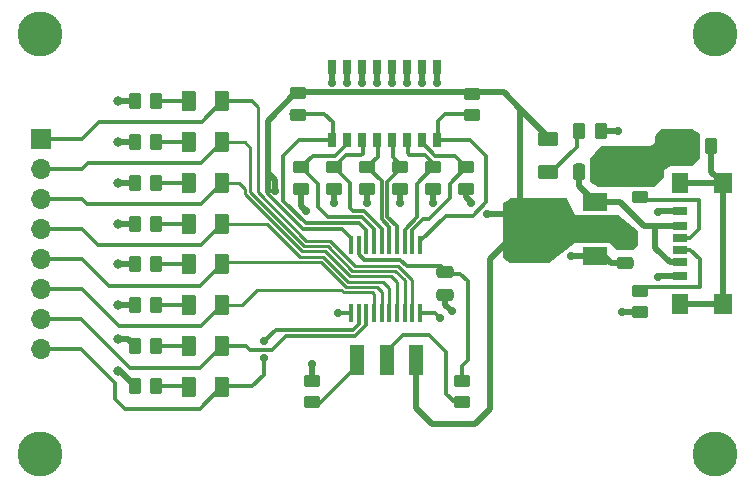
<source format=gbr>
%TF.GenerationSoftware,KiCad,Pcbnew,7.0.6*%
%TF.CreationDate,2024-07-23T19:19:19+03:00*%
%TF.ProjectId,bus_input_card,6275735f-696e-4707-9574-5f636172642e,rev?*%
%TF.SameCoordinates,Original*%
%TF.FileFunction,Copper,L1,Top*%
%TF.FilePolarity,Positive*%
%FSLAX46Y46*%
G04 Gerber Fmt 4.6, Leading zero omitted, Abs format (unit mm)*
G04 Created by KiCad (PCBNEW 7.0.6) date 2024-07-23 19:19:19*
%MOMM*%
%LPD*%
G01*
G04 APERTURE LIST*
G04 Aperture macros list*
%AMRoundRect*
0 Rectangle with rounded corners*
0 $1 Rounding radius*
0 $2 $3 $4 $5 $6 $7 $8 $9 X,Y pos of 4 corners*
0 Add a 4 corners polygon primitive as box body*
4,1,4,$2,$3,$4,$5,$6,$7,$8,$9,$2,$3,0*
0 Add four circle primitives for the rounded corners*
1,1,$1+$1,$2,$3*
1,1,$1+$1,$4,$5*
1,1,$1+$1,$6,$7*
1,1,$1+$1,$8,$9*
0 Add four rect primitives between the rounded corners*
20,1,$1+$1,$2,$3,$4,$5,0*
20,1,$1+$1,$4,$5,$6,$7,0*
20,1,$1+$1,$6,$7,$8,$9,0*
20,1,$1+$1,$8,$9,$2,$3,0*%
G04 Aperture macros list end*
%TA.AperFunction,SMDPad,CuDef*%
%ADD10RoundRect,0.250000X-0.375000X-0.625000X0.375000X-0.625000X0.375000X0.625000X-0.375000X0.625000X0*%
%TD*%
%TA.AperFunction,SMDPad,CuDef*%
%ADD11RoundRect,0.250000X-0.450000X0.262500X-0.450000X-0.262500X0.450000X-0.262500X0.450000X0.262500X0*%
%TD*%
%TA.AperFunction,SMDPad,CuDef*%
%ADD12RoundRect,0.250000X-0.262500X-0.450000X0.262500X-0.450000X0.262500X0.450000X-0.262500X0.450000X0*%
%TD*%
%TA.AperFunction,SMDPad,CuDef*%
%ADD13RoundRect,0.250000X-0.475000X0.250000X-0.475000X-0.250000X0.475000X-0.250000X0.475000X0.250000X0*%
%TD*%
%TA.AperFunction,ComponentPad*%
%ADD14R,1.700000X1.700000*%
%TD*%
%TA.AperFunction,ComponentPad*%
%ADD15O,1.700000X1.700000*%
%TD*%
%TA.AperFunction,SMDPad,CuDef*%
%ADD16RoundRect,0.250000X0.450000X-0.262500X0.450000X0.262500X-0.450000X0.262500X-0.450000X-0.262500X0*%
%TD*%
%TA.AperFunction,SMDPad,CuDef*%
%ADD17RoundRect,0.250000X0.625000X-0.375000X0.625000X0.375000X-0.625000X0.375000X-0.625000X-0.375000X0*%
%TD*%
%TA.AperFunction,SMDPad,CuDef*%
%ADD18RoundRect,0.250000X0.262500X0.450000X-0.262500X0.450000X-0.262500X-0.450000X0.262500X-0.450000X0*%
%TD*%
%TA.AperFunction,SMDPad,CuDef*%
%ADD19R,1.250000X2.500000*%
%TD*%
%TA.AperFunction,SMDPad,CuDef*%
%ADD20R,1.200000X0.700000*%
%TD*%
%TA.AperFunction,SMDPad,CuDef*%
%ADD21R,1.200000X0.760000*%
%TD*%
%TA.AperFunction,SMDPad,CuDef*%
%ADD22R,1.200000X0.800000*%
%TD*%
%TA.AperFunction,SMDPad,CuDef*%
%ADD23R,1.350000X1.800000*%
%TD*%
%TA.AperFunction,SMDPad,CuDef*%
%ADD24R,1.500000X1.800000*%
%TD*%
%TA.AperFunction,SMDPad,CuDef*%
%ADD25RoundRect,0.051250X0.153750X-0.733750X0.153750X0.733750X-0.153750X0.733750X-0.153750X-0.733750X0*%
%TD*%
%TA.AperFunction,SMDPad,CuDef*%
%ADD26R,2.000000X1.500000*%
%TD*%
%TA.AperFunction,SMDPad,CuDef*%
%ADD27R,2.000000X3.800000*%
%TD*%
%TA.AperFunction,ComponentPad*%
%ADD28C,3.800000*%
%TD*%
%TA.AperFunction,SMDPad,CuDef*%
%ADD29R,0.760000X1.250000*%
%TD*%
%TA.AperFunction,SMDPad,CuDef*%
%ADD30RoundRect,0.250000X-0.250000X-0.475000X0.250000X-0.475000X0.250000X0.475000X-0.250000X0.475000X0*%
%TD*%
%TA.AperFunction,ViaPad*%
%ADD31C,0.800000*%
%TD*%
%TA.AperFunction,ViaPad*%
%ADD32C,0.700000*%
%TD*%
%TA.AperFunction,Conductor*%
%ADD33C,0.500000*%
%TD*%
%TA.AperFunction,Conductor*%
%ADD34C,0.300000*%
%TD*%
%TA.AperFunction,Conductor*%
%ADD35C,0.250000*%
%TD*%
G04 APERTURE END LIST*
D10*
%TO.P,D7,1,K*%
%TO.N,Net-(D7-K)*%
X132944451Y-90291017D03*
%TO.P,D7,2,A*%
%TO.N,Net-(D7-A)*%
X135744451Y-90291017D03*
%TD*%
D11*
%TO.P,R21,1*%
%TO.N,Net-(U2-B6)*%
X156438600Y-88980000D03*
%TO.P,R21,2*%
%TO.N,VCC*%
X156438600Y-90805000D03*
%TD*%
D12*
%TO.P,R8,1*%
%TO.N,GND*%
X128351951Y-93739588D03*
%TO.P,R8,2*%
%TO.N,Net-(D6-K)*%
X130176951Y-93739588D03*
%TD*%
D10*
%TO.P,D2,1,K*%
%TO.N,Net-(D2-K)*%
X132944451Y-107543600D03*
%TO.P,D2,2,A*%
%TO.N,Net-(D2-A)*%
X135744451Y-107543600D03*
%TD*%
D13*
%TO.P,C3,1*%
%TO.N,Net-(U2-CE)*%
X154664451Y-97882367D03*
%TO.P,C3,2*%
%TO.N,GND*%
X154664451Y-99782367D03*
%TD*%
D12*
%TO.P,R5,1*%
%TO.N,GND*%
X128351951Y-83393875D03*
%TO.P,R5,2*%
%TO.N,Net-(D9-K)*%
X130176951Y-83393875D03*
%TD*%
%TO.P,R9,1*%
%TO.N,GND*%
X128351951Y-97188159D03*
%TO.P,R9,2*%
%TO.N,Net-(D5-K)*%
X130176951Y-97188159D03*
%TD*%
D14*
%TO.P,J2,1,Pin_1*%
%TO.N,Net-(D9-A)*%
X120387374Y-86588875D03*
D15*
%TO.P,J2,2,Pin_2*%
%TO.N,Net-(D8-A)*%
X120387374Y-89128875D03*
%TO.P,J2,3,Pin_3*%
%TO.N,Net-(D7-A)*%
X120387374Y-91668875D03*
%TO.P,J2,4,Pin_4*%
%TO.N,Net-(D6-A)*%
X120387374Y-94208875D03*
%TO.P,J2,5,Pin_5*%
%TO.N,Net-(D5-A)*%
X120387374Y-96748875D03*
%TO.P,J2,6,Pin_6*%
%TO.N,Net-(D4-A)*%
X120387374Y-99288875D03*
%TO.P,J2,7,Pin_7*%
%TO.N,Net-(D3-A)*%
X120387374Y-101828875D03*
%TO.P,J2,8,Pin_8*%
%TO.N,Net-(D2-A)*%
X120387374Y-104368875D03*
%TD*%
D11*
%TO.P,R4,1*%
%TO.N,Net-(J1-CC1)*%
X171174451Y-99412938D03*
%TO.P,R4,2*%
%TO.N,GND*%
X171174451Y-101237938D03*
%TD*%
D12*
%TO.P,R12,1*%
%TO.N,GND*%
X128351951Y-107533875D03*
%TO.P,R12,2*%
%TO.N,Net-(D2-K)*%
X130176951Y-107533875D03*
%TD*%
D16*
%TO.P,R15,1*%
%TO.N,Net-(U2-B0)*%
X142218451Y-84514575D03*
%TO.P,R15,2*%
%TO.N,VCC*%
X142218451Y-82689575D03*
%TD*%
D17*
%TO.P,D1,1,K*%
%TO.N,Net-(D1-K)*%
X163367305Y-89409608D03*
%TO.P,D1,2,A*%
%TO.N,VCC*%
X163367305Y-86609608D03*
%TD*%
D18*
%TO.P,R2,1*%
%TO.N,Net-(J1-SHIELD)*%
X177166951Y-87208875D03*
%TO.P,R2,2*%
%TO.N,GND*%
X175341951Y-87208875D03*
%TD*%
D19*
%TO.P,SW1,1,A*%
%TO.N,Net-(SW1-A)*%
X147189244Y-105259210D03*
%TO.P,SW1,2,B*%
%TO.N,Net-(SW1-B)*%
X149689244Y-105259210D03*
%TO.P,SW1,3,C*%
%TO.N,VCC*%
X152189244Y-105259210D03*
%TD*%
D20*
%TO.P,J1,A5,CC1*%
%TO.N,Net-(J1-CC1)*%
X174491951Y-95963875D03*
D21*
%TO.P,J1,A9,VBUS*%
%TO.N,VBUS*%
X174491951Y-93943875D03*
D22*
%TO.P,J1,A12,GND*%
%TO.N,GND*%
X174491951Y-92713875D03*
D20*
%TO.P,J1,B5,CC2*%
%TO.N,Net-(J1-CC2)*%
X174491951Y-94963875D03*
D21*
%TO.P,J1,B9,VBUS*%
%TO.N,VBUS*%
X174491951Y-96983875D03*
D22*
%TO.P,J1,B12,GND*%
%TO.N,GND*%
X174491951Y-98213875D03*
D23*
%TO.P,J1,S1,SHIELD*%
%TO.N,Net-(J1-SHIELD)*%
X174546951Y-100588875D03*
D24*
X178126951Y-100588875D03*
D23*
X174546951Y-90338875D03*
D24*
X178126951Y-90338875D03*
%TD*%
D10*
%TO.P,D4,1,K*%
%TO.N,Net-(D4-K)*%
X132944451Y-100634800D03*
%TO.P,D4,2,A*%
%TO.N,Net-(D4-A)*%
X135744451Y-100634800D03*
%TD*%
D25*
%TO.P,U2,1,A->B*%
%TO.N,GND*%
X146655600Y-101269600D03*
%TO.P,U2,2,A0*%
%TO.N,Net-(D2-A)*%
X147305600Y-101269600D03*
%TO.P,U2,3,A1*%
%TO.N,Net-(D3-A)*%
X147955600Y-101269600D03*
%TO.P,U2,4,A2*%
%TO.N,Net-(D4-A)*%
X148605600Y-101269600D03*
%TO.P,U2,5,A3*%
%TO.N,Net-(D5-A)*%
X149255600Y-101269600D03*
%TO.P,U2,6,A4*%
%TO.N,Net-(D6-A)*%
X149905600Y-101269600D03*
%TO.P,U2,7,A5*%
%TO.N,Net-(D7-A)*%
X150555600Y-101269600D03*
%TO.P,U2,8,A6*%
%TO.N,Net-(D8-A)*%
X151205600Y-101269600D03*
%TO.P,U2,9,A7*%
%TO.N,Net-(D9-A)*%
X151855600Y-101269600D03*
%TO.P,U2,10,GND*%
%TO.N,GND*%
X152505600Y-101269600D03*
%TO.P,U2,11,B7*%
%TO.N,Net-(U2-B7)*%
X152505600Y-95529600D03*
%TO.P,U2,12,B6*%
%TO.N,Net-(U2-B6)*%
X151855600Y-95529600D03*
%TO.P,U2,13,B5*%
%TO.N,Net-(U2-B5)*%
X151205600Y-95529600D03*
%TO.P,U2,14,B4*%
%TO.N,Net-(U2-B4)*%
X150555600Y-95529600D03*
%TO.P,U2,15,B3*%
%TO.N,Net-(U2-B3)*%
X149905600Y-95529600D03*
%TO.P,U2,16,B2*%
%TO.N,Net-(U2-B2)*%
X149255600Y-95529600D03*
%TO.P,U2,17,B1*%
%TO.N,Net-(U2-B1)*%
X148605600Y-95529600D03*
%TO.P,U2,18,B0*%
%TO.N,Net-(U2-B0)*%
X147955600Y-95529600D03*
%TO.P,U2,19,CE*%
%TO.N,Net-(U2-CE)*%
X147305600Y-95529600D03*
%TO.P,U2,20,VCC*%
%TO.N,VCC*%
X146655600Y-95529600D03*
%TD*%
D26*
%TO.P,U1,1,GND*%
%TO.N,GND*%
X167314451Y-96493875D03*
%TO.P,U1,2,VO*%
%TO.N,VCC*%
X167314451Y-94193875D03*
D27*
X161014451Y-94193875D03*
D26*
%TO.P,U1,3,VI*%
%TO.N,VBUS*%
X167314451Y-91893875D03*
%TD*%
D28*
%TO.P,H2,1,1*%
%TO.N,GND*%
X120374451Y-113243875D03*
%TD*%
D10*
%TO.P,D9,1,K*%
%TO.N,Net-(D9-K)*%
X132944451Y-83393875D03*
%TO.P,D9,2,A*%
%TO.N,Net-(D9-A)*%
X135744451Y-83393875D03*
%TD*%
D11*
%TO.P,R16,1*%
%TO.N,Net-(U2-B1)*%
X142468600Y-88980000D03*
%TO.P,R16,2*%
%TO.N,VCC*%
X142468600Y-90805000D03*
%TD*%
%TO.P,R20,1*%
%TO.N,Net-(U2-B5)*%
X153644600Y-88980000D03*
%TO.P,R20,2*%
%TO.N,VCC*%
X153644600Y-90805000D03*
%TD*%
%TO.P,R19,1*%
%TO.N,Net-(U2-B4)*%
X150850600Y-88980000D03*
%TO.P,R19,2*%
%TO.N,VCC*%
X150850600Y-90805000D03*
%TD*%
D28*
%TO.P,H1,1,1*%
%TO.N,GND*%
X120374451Y-77683875D03*
%TD*%
D10*
%TO.P,D8,1,K*%
%TO.N,Net-(D8-K)*%
X132944451Y-86842446D03*
%TO.P,D8,2,A*%
%TO.N,Net-(D8-A)*%
X135744451Y-86842446D03*
%TD*%
D11*
%TO.P,R17,1*%
%TO.N,Net-(U2-B2)*%
X145262600Y-88980000D03*
%TO.P,R17,2*%
%TO.N,VCC*%
X145262600Y-90805000D03*
%TD*%
D12*
%TO.P,R6,1*%
%TO.N,GND*%
X128351951Y-86842446D03*
%TO.P,R6,2*%
%TO.N,Net-(D8-K)*%
X130176951Y-86842446D03*
%TD*%
D29*
%TO.P,SW2,1*%
%TO.N,Net-(U2-B0)*%
X145101351Y-86652650D03*
%TO.P,SW2,2*%
%TO.N,Net-(U2-B1)*%
X146371351Y-86652650D03*
%TO.P,SW2,3*%
%TO.N,Net-(U2-B2)*%
X147641351Y-86652650D03*
%TO.P,SW2,4*%
%TO.N,Net-(U2-B3)*%
X148911351Y-86652650D03*
%TO.P,SW2,5*%
%TO.N,Net-(U2-B4)*%
X150181351Y-86652650D03*
%TO.P,SW2,6*%
%TO.N,Net-(U2-B5)*%
X151451351Y-86652650D03*
%TO.P,SW2,7*%
%TO.N,Net-(U2-B6)*%
X152721351Y-86652650D03*
%TO.P,SW2,8*%
%TO.N,Net-(U2-B7)*%
X153991351Y-86652650D03*
%TO.P,SW2,9*%
%TO.N,GND*%
X153991351Y-80502650D03*
%TO.P,SW2,10*%
X152721351Y-80502650D03*
%TO.P,SW2,11*%
X151451351Y-80502650D03*
%TO.P,SW2,12*%
X150181351Y-80502650D03*
%TO.P,SW2,13*%
X148911351Y-80502650D03*
%TO.P,SW2,14*%
X147641351Y-80502650D03*
%TO.P,SW2,15*%
X146371351Y-80502650D03*
%TO.P,SW2,16*%
X145101351Y-80502650D03*
%TD*%
D11*
%TO.P,R13,1*%
%TO.N,GND*%
X143339244Y-107053157D03*
%TO.P,R13,2*%
%TO.N,Net-(SW1-A)*%
X143339244Y-108878157D03*
%TD*%
D10*
%TO.P,D3,1,K*%
%TO.N,Net-(D3-K)*%
X132944451Y-104089200D03*
%TO.P,D3,2,A*%
%TO.N,Net-(D3-A)*%
X135744451Y-104089200D03*
%TD*%
%TO.P,D5,1,K*%
%TO.N,Net-(D5-K)*%
X132944451Y-97188159D03*
%TO.P,D5,2,A*%
%TO.N,Net-(D5-A)*%
X135744451Y-97188159D03*
%TD*%
D12*
%TO.P,R10,1*%
%TO.N,GND*%
X128351951Y-100636730D03*
%TO.P,R10,2*%
%TO.N,Net-(D4-K)*%
X130176951Y-100636730D03*
%TD*%
D11*
%TO.P,R18,1*%
%TO.N,Net-(U2-B3)*%
X148056600Y-88980000D03*
%TO.P,R18,2*%
%TO.N,VCC*%
X148056600Y-90805000D03*
%TD*%
D16*
%TO.P,R22,1*%
%TO.N,Net-(U2-B7)*%
X156874251Y-84565375D03*
%TO.P,R22,2*%
%TO.N,VCC*%
X156874251Y-82740375D03*
%TD*%
D10*
%TO.P,D6,1,K*%
%TO.N,Net-(D6-K)*%
X132944451Y-93739588D03*
%TO.P,D6,2,A*%
%TO.N,Net-(D6-A)*%
X135744451Y-93739588D03*
%TD*%
D16*
%TO.P,R3,1*%
%TO.N,Net-(J1-CC2)*%
X171174451Y-91524480D03*
%TO.P,R3,2*%
%TO.N,GND*%
X171174451Y-89699480D03*
%TD*%
D28*
%TO.P,H4,1,1*%
%TO.N,GND*%
X177524451Y-113243875D03*
%TD*%
D16*
%TO.P,R14,1*%
%TO.N,Net-(SW1-B)*%
X156039244Y-108878157D03*
%TO.P,R14,2*%
%TO.N,Net-(U2-CE)*%
X156039244Y-107053157D03*
%TD*%
D12*
%TO.P,R7,1*%
%TO.N,GND*%
X128351951Y-90291017D03*
%TO.P,R7,2*%
%TO.N,Net-(D7-K)*%
X130176951Y-90291017D03*
%TD*%
D28*
%TO.P,H3,1,1*%
%TO.N,GND*%
X177524451Y-77683875D03*
%TD*%
D18*
%TO.P,R1,1*%
%TO.N,GND*%
X167804951Y-85938875D03*
%TO.P,R1,2*%
%TO.N,Net-(D1-K)*%
X165979951Y-85938875D03*
%TD*%
D13*
%TO.P,C2,1*%
%TO.N,VCC*%
X169854451Y-95148875D03*
%TO.P,C2,2*%
%TO.N,GND*%
X169854451Y-97048875D03*
%TD*%
D30*
%TO.P,C1,1*%
%TO.N,VBUS*%
X165942451Y-89392474D03*
%TO.P,C1,2*%
%TO.N,GND*%
X167842451Y-89392474D03*
%TD*%
D12*
%TO.P,R11,1*%
%TO.N,GND*%
X128351951Y-104085301D03*
%TO.P,R11,2*%
%TO.N,Net-(D3-K)*%
X130176951Y-104085301D03*
%TD*%
D31*
%TO.N,GND*%
X126927651Y-83393875D03*
D32*
X143340802Y-105670870D03*
D31*
X126927651Y-97191075D03*
D32*
X165332451Y-96479875D03*
X146371351Y-81830500D03*
X172698451Y-92720675D03*
D31*
X126927651Y-86842446D03*
X126927651Y-93739588D03*
X126927651Y-100594675D03*
X126927651Y-90291017D03*
D32*
X173714451Y-87183475D03*
X148894800Y-81830500D03*
X155194000Y-101142800D03*
X169574251Y-101229675D03*
X152704800Y-81830500D03*
D31*
X126927651Y-103541075D03*
X126927651Y-106258875D03*
D32*
X151434800Y-81830500D03*
X168634451Y-87894675D03*
X145561963Y-101315163D03*
X169244051Y-85938875D03*
X147624800Y-81830500D03*
X169629900Y-89699480D03*
X172647651Y-98232475D03*
X150164800Y-81830500D03*
X153974800Y-81830500D03*
X154228800Y-101752400D03*
X145101351Y-81830500D03*
%TO.N,VCC*%
X148056600Y-92009475D03*
X158220451Y-92949275D03*
X142872761Y-92665707D03*
X140245100Y-90942675D03*
X145266451Y-92009475D03*
X156870400Y-92009475D03*
X150850600Y-92005624D03*
X153644600Y-92005624D03*
%TO.N,Net-(D2-A)*%
X139328419Y-105148113D03*
X139328419Y-103712037D03*
%TD*%
D33*
%TO.N,VBUS*%
X171457851Y-93943875D02*
X169407851Y-91893875D01*
X165942451Y-90521875D02*
X167314451Y-91893875D01*
X174491951Y-96983875D02*
X173661951Y-96983875D01*
X172444451Y-95766375D02*
X172444451Y-93943875D01*
X173661951Y-96983875D02*
X172444451Y-95766375D01*
X165942451Y-89392474D02*
X165942451Y-90521875D01*
X169407851Y-91893875D02*
X167314451Y-91893875D01*
X174491951Y-93943875D02*
X171457851Y-93943875D01*
%TO.N,GND*%
X174491951Y-98213875D02*
X172666251Y-98213875D01*
X126927651Y-97191075D02*
X128349035Y-97191075D01*
X169244451Y-85938875D02*
X169244051Y-85938875D01*
X155194000Y-101142800D02*
X154664451Y-100613251D01*
X150181351Y-81813949D02*
X150164800Y-81830500D01*
X148911351Y-81813949D02*
X148894800Y-81830500D01*
X148911351Y-80502650D02*
X148911351Y-81813949D01*
X169575700Y-101231124D02*
X169574251Y-101229675D01*
X167314451Y-96493875D02*
X168089651Y-96493875D01*
X167641951Y-85938875D02*
X169244451Y-85938875D01*
X145101351Y-80502650D02*
X145101351Y-81830500D01*
X126927651Y-106258875D02*
X127076951Y-106258875D01*
X169575700Y-101237938D02*
X169575700Y-101231124D01*
X147641351Y-80502650D02*
X147641351Y-81813949D01*
D34*
X146655600Y-101269600D02*
X145607526Y-101269600D01*
D33*
X143339244Y-107096710D02*
X143339244Y-105672428D01*
X152721351Y-81813949D02*
X152704800Y-81830500D01*
X128349035Y-97191075D02*
X128351951Y-97188159D01*
X165344640Y-96492064D02*
X165332451Y-96479875D01*
X128309896Y-100594675D02*
X128351951Y-100636730D01*
X154664451Y-100613251D02*
X154664451Y-99782367D01*
X168089651Y-96493875D02*
X168644651Y-97048875D01*
X168644651Y-97048875D02*
X169854451Y-97048875D01*
X153991351Y-80502650D02*
X153991351Y-81813949D01*
X127076951Y-106258875D02*
X128351951Y-107533875D01*
X165344640Y-96493875D02*
X165344640Y-96492064D01*
X147641351Y-81813949D02*
X147624800Y-81830500D01*
D34*
X153746000Y-101269600D02*
X154228800Y-101752400D01*
D33*
X126927651Y-83393875D02*
X128351951Y-83393875D01*
X171174451Y-89699480D02*
X169629900Y-89699480D01*
X151451351Y-81813949D02*
X151434800Y-81830500D01*
X153991351Y-81813949D02*
X153974800Y-81830500D01*
X172666251Y-98213875D02*
X172647651Y-98232475D01*
X167314451Y-96493875D02*
X165344640Y-96493875D01*
X150181351Y-80502650D02*
X150181351Y-81813949D01*
X126927651Y-86842446D02*
X128351951Y-86842446D01*
X126927651Y-100594675D02*
X128309896Y-100594675D01*
X168634451Y-87843875D02*
X168634451Y-87894675D01*
X168634451Y-87843875D02*
X168634451Y-88600474D01*
X172705251Y-92713875D02*
X172698451Y-92720675D01*
X127807725Y-103541075D02*
X128351951Y-104085301D01*
X146371351Y-80502650D02*
X146371351Y-81830500D01*
X175341951Y-87208875D02*
X173714451Y-87208875D01*
D34*
X152505600Y-101269600D02*
X153746000Y-101269600D01*
D33*
X171174451Y-101237938D02*
X169575700Y-101237938D01*
X169622931Y-89692511D02*
X169629900Y-89699480D01*
X126927651Y-90291017D02*
X128351951Y-90291017D01*
X152721351Y-80502650D02*
X152721351Y-81813949D01*
D34*
X145607526Y-101269600D02*
X145561963Y-101315163D01*
D33*
X174491951Y-92713875D02*
X172705251Y-92713875D01*
X173714451Y-87208875D02*
X173714451Y-87183475D01*
X126927651Y-93739588D02*
X128351951Y-93739588D01*
X143339244Y-105672428D02*
X143340802Y-105670870D01*
X151451351Y-80502650D02*
X151451351Y-81813949D01*
X126927651Y-103541075D02*
X127807725Y-103541075D01*
X168634451Y-88600474D02*
X167842451Y-89392474D01*
D34*
%TO.N,VCC*%
X142633869Y-94193875D02*
X139674600Y-91234606D01*
D33*
X161014451Y-94193875D02*
X161014451Y-84033875D01*
X158220451Y-92949275D02*
X159769851Y-92949275D01*
X159610576Y-82630000D02*
X142007600Y-82630000D01*
X159769851Y-92949275D02*
X161014451Y-94193875D01*
X158474451Y-109433875D02*
X158474451Y-96733875D01*
X156438600Y-91523024D02*
X156906716Y-91991140D01*
X142007600Y-82630000D02*
X139602251Y-85035349D01*
X140245100Y-90086924D02*
X139602251Y-89444075D01*
X156906716Y-91991140D02*
X156888735Y-91991140D01*
D34*
X145879244Y-94193875D02*
X142633869Y-94193875D01*
D33*
X161014451Y-84033875D02*
X159610576Y-82630000D01*
X152142301Y-107598508D02*
X152129244Y-107611565D01*
X152129244Y-107611565D02*
X152129244Y-109337068D01*
X153496051Y-110703875D02*
X157204451Y-110703875D01*
X145262600Y-90805000D02*
X145262600Y-92005624D01*
X157204451Y-110703875D02*
X158474451Y-109433875D01*
X153644600Y-90805000D02*
X153644600Y-92005624D01*
X152142301Y-105259210D02*
X152142301Y-107598508D01*
D34*
X146655600Y-95529600D02*
X146655600Y-94970231D01*
D33*
X167314451Y-94193875D02*
X169376951Y-94193875D01*
X163367305Y-86386729D02*
X161014451Y-84033875D01*
X145262600Y-92005624D02*
X145266451Y-92009475D01*
X142468600Y-92261546D02*
X142872761Y-92665707D01*
X148056600Y-91987926D02*
X148035051Y-92009475D01*
D34*
X146655600Y-94970231D02*
X145879244Y-94193875D01*
D33*
X139602251Y-85035349D02*
X139602251Y-89444075D01*
X142468600Y-90805000D02*
X142468600Y-92261546D01*
X158474451Y-96733875D02*
X161014451Y-94193875D01*
X148056600Y-90805000D02*
X148056600Y-91987926D01*
X169376951Y-94193875D02*
X169854451Y-94671375D01*
X140245100Y-90942675D02*
X140245100Y-90086924D01*
X152129244Y-109337068D02*
X153496051Y-110703875D01*
X169854451Y-94671375D02*
X169854451Y-95148875D01*
X139602251Y-89444075D02*
X139602251Y-91090151D01*
X163367305Y-86609608D02*
X163367305Y-86386729D01*
X156888735Y-91991140D02*
X156870400Y-92009475D01*
X156438600Y-90805000D02*
X156438600Y-91523024D01*
X150850600Y-90805000D02*
X150850600Y-92005624D01*
D34*
%TO.N,Net-(U2-CE)*%
X150825200Y-96824800D02*
X151369275Y-97368875D01*
X147305600Y-95529600D02*
X147305600Y-96350752D01*
X155934451Y-98003875D02*
X156569451Y-98638875D01*
X156569451Y-98638875D02*
X156569451Y-105253749D01*
X154258032Y-97368875D02*
X154893032Y-98003875D01*
X154893032Y-98003875D02*
X155934451Y-98003875D01*
X147779648Y-96824800D02*
X150825200Y-96824800D01*
X156569451Y-105253749D02*
X156039244Y-105783956D01*
X156039244Y-105783956D02*
X156039244Y-107096710D01*
X151369275Y-97368875D02*
X154258032Y-97368875D01*
X147305600Y-96350752D02*
X147779648Y-96824800D01*
%TO.N,Net-(D1-K)*%
X165816951Y-87216054D02*
X163367305Y-89665700D01*
X165816951Y-85938875D02*
X165816951Y-87216054D01*
%TO.N,Net-(D2-K)*%
X130176951Y-107533875D02*
X132944451Y-107533875D01*
%TO.N,Net-(D2-A)*%
X146833251Y-102736275D02*
X140303734Y-102736275D01*
X133844451Y-109433875D02*
X135744451Y-107533875D01*
X147305600Y-102263926D02*
X146833251Y-102736275D01*
X147305600Y-101269600D02*
X147305600Y-102263926D01*
X127511851Y-109433875D02*
X133844451Y-109433875D01*
X135744451Y-107533875D02*
X138327251Y-107533875D01*
X120374451Y-104368875D02*
X123843851Y-104368875D01*
X139328419Y-106532707D02*
X139328419Y-105148113D01*
X126673651Y-107198675D02*
X126673651Y-108595675D01*
X123843851Y-104368875D02*
X126673651Y-107198675D01*
X140303734Y-102736275D02*
X139327972Y-103712037D01*
X126673651Y-108595675D02*
X127511851Y-109433875D01*
X138327251Y-107533875D02*
X139328419Y-106532707D01*
%TO.N,Net-(D3-K)*%
X130176951Y-104085301D02*
X132944451Y-104085301D01*
%TO.N,Net-(D3-A)*%
X147955600Y-102325126D02*
X147044451Y-103236275D01*
X137758877Y-104085301D02*
X135744451Y-104085301D01*
X135744451Y-104085301D02*
X133850277Y-105979475D01*
X123843851Y-101828875D02*
X120374451Y-101828875D01*
X127994451Y-105979475D02*
X123843851Y-101828875D01*
X138085613Y-104412037D02*
X137758877Y-104085301D01*
X147955600Y-101269600D02*
X147955600Y-102325126D01*
X133850277Y-105979475D02*
X127994451Y-105979475D01*
X141177051Y-103236275D02*
X140001289Y-104412037D01*
X147044451Y-103236275D02*
X141177051Y-103236275D01*
X140001289Y-104412037D02*
X138085613Y-104412037D01*
%TO.N,Net-(D4-K)*%
X130176951Y-100636730D02*
X132944451Y-100636730D01*
D35*
%TO.N,Net-(D4-A)*%
X137426596Y-100636730D02*
X138698526Y-99364800D01*
D34*
X120374451Y-99288875D02*
X123894651Y-99288875D01*
X127029251Y-102423475D02*
X133957706Y-102423475D01*
D35*
X145858396Y-99364800D02*
X146043396Y-99549800D01*
X148605600Y-99736000D02*
X148605600Y-101269600D01*
D34*
X133957706Y-102423475D02*
X135744451Y-100636730D01*
D35*
X148419400Y-99549800D02*
X148605600Y-99736000D01*
X138698526Y-99364800D02*
X145858396Y-99364800D01*
X146043396Y-99549800D02*
X148419400Y-99549800D01*
X135744451Y-100636730D02*
X137426596Y-100636730D01*
D34*
X123894651Y-99288875D02*
X127029251Y-102423475D01*
%TO.N,Net-(D5-K)*%
X130176951Y-97188159D02*
X132944451Y-97188159D01*
%TO.N,Net-(D5-A)*%
X133912735Y-99019875D02*
X135744451Y-97188159D01*
X123894651Y-96748875D02*
X126165651Y-99019875D01*
X126165651Y-99019875D02*
X133912735Y-99019875D01*
X120374451Y-96748875D02*
X123894651Y-96748875D01*
D35*
X135744451Y-97188159D02*
X135933735Y-96998875D01*
X148833000Y-99099800D02*
X149255600Y-99522400D01*
X144128867Y-96998875D02*
X146229792Y-99099800D01*
X149255600Y-99522400D02*
X149255600Y-101269600D01*
X146229792Y-99099800D02*
X148833000Y-99099800D01*
X135933735Y-96998875D02*
X144128867Y-96998875D01*
D34*
%TO.N,Net-(D6-K)*%
X130176951Y-93739588D02*
X132944451Y-93739588D01*
%TO.N,Net-(D6-A)*%
X133943964Y-95540075D02*
X135744451Y-93739588D01*
X120374451Y-94208875D02*
X123894651Y-94208875D01*
D35*
X142338613Y-96548875D02*
X144315263Y-96548875D01*
X146416188Y-98649800D02*
X149348200Y-98649800D01*
X149348200Y-98649800D02*
X149905600Y-99207200D01*
D34*
X125225851Y-95540075D02*
X133943964Y-95540075D01*
D35*
X149905600Y-99207200D02*
X149905600Y-101269600D01*
D34*
X123894651Y-94208875D02*
X125225851Y-95540075D01*
D35*
X139529326Y-93739588D02*
X142338613Y-96548875D01*
X144315263Y-96548875D02*
X146416188Y-98649800D01*
X135744451Y-93739588D02*
X139529326Y-93739588D01*
D34*
%TO.N,Net-(D7-K)*%
X130176951Y-90291017D02*
X132944451Y-90291017D01*
D35*
%TO.N,Net-(D7-A)*%
X137704451Y-91278316D02*
X142525010Y-96098875D01*
D34*
X124311451Y-92085675D02*
X133949793Y-92085675D01*
D35*
X150066600Y-98199800D02*
X150555600Y-98688800D01*
D34*
X120374451Y-91668875D02*
X123894651Y-91668875D01*
D35*
X150555600Y-98688800D02*
X150555600Y-101269600D01*
X146602584Y-98199800D02*
X150066600Y-98199800D01*
X135744451Y-90291017D02*
X137223393Y-90291017D01*
X137223393Y-90291017D02*
X137704451Y-90772075D01*
D34*
X123894651Y-91668875D02*
X124311451Y-92085675D01*
D35*
X137704451Y-90772075D02*
X137704451Y-91278316D01*
D34*
X133949793Y-92085675D02*
X135744451Y-90291017D01*
D35*
X142525010Y-96098875D02*
X144501659Y-96098875D01*
X144501659Y-96098875D02*
X146602584Y-98199800D01*
D34*
%TO.N,Net-(D8-K)*%
X130176951Y-86842446D02*
X132944451Y-86842446D01*
%TO.N,Net-(D8-A)*%
X134006422Y-88580475D02*
X135744451Y-86842446D01*
X120374451Y-89128875D02*
X123890051Y-89128875D01*
D35*
X138154451Y-91091920D02*
X142711406Y-95648875D01*
X142711406Y-95648875D02*
X144688055Y-95648875D01*
X144688055Y-95648875D02*
X146788980Y-97749800D01*
X137671851Y-86853275D02*
X138154451Y-87335875D01*
X150429400Y-97749800D02*
X151205600Y-98526000D01*
X146788980Y-97749800D02*
X150429400Y-97749800D01*
X138154451Y-87335875D02*
X138154451Y-91091920D01*
X151205600Y-98526000D02*
X151205600Y-101269600D01*
D34*
X123890051Y-89128875D02*
X124438451Y-88580475D01*
X124438451Y-88580475D02*
X134006422Y-88580475D01*
D35*
X136038422Y-86853275D02*
X137671851Y-86853275D01*
D34*
%TO.N,Net-(D9-K)*%
X130176951Y-83393875D02*
X132944451Y-83393875D01*
D35*
%TO.N,Net-(D9-A)*%
X151855600Y-98526952D02*
X151855600Y-101269600D01*
X146975376Y-97299800D02*
X150628448Y-97299800D01*
D34*
X134037651Y-85100675D02*
X135744451Y-83393875D01*
X123864651Y-86588875D02*
X125352851Y-85100675D01*
X125352851Y-85100675D02*
X134037651Y-85100675D01*
D35*
X144874451Y-95198875D02*
X146975376Y-97299800D01*
X138789451Y-91090524D02*
X142897802Y-95198875D01*
D34*
X138261051Y-83393875D02*
X135744451Y-83393875D01*
D35*
X138789451Y-83881475D02*
X138789451Y-91090524D01*
X150628448Y-97299800D02*
X151855600Y-98526952D01*
X138281451Y-83373475D02*
X138789451Y-83881475D01*
X142897802Y-95198875D02*
X144874451Y-95198875D01*
D34*
X120374451Y-86588875D02*
X123864651Y-86588875D01*
%TO.N,Net-(J1-CC1)*%
X171174451Y-99631375D02*
X171682472Y-99123354D01*
X171682472Y-99123354D02*
X176200518Y-99123354D01*
X176200518Y-99123354D02*
X176200518Y-96772442D01*
X176200518Y-96772442D02*
X175391951Y-95963875D01*
X175391951Y-95963875D02*
X174491951Y-95963875D01*
%TO.N,Net-(J1-CC2)*%
X176115346Y-94240480D02*
X175391951Y-94963875D01*
X175391951Y-94963875D02*
X174491951Y-94963875D01*
X176115346Y-91757928D02*
X176115346Y-94240480D01*
X171379793Y-91757928D02*
X176115346Y-91757928D01*
X171146345Y-91524480D02*
X171379793Y-91757928D01*
D33*
%TO.N,Net-(J1-SHIELD)*%
X174546951Y-100588875D02*
X178126951Y-100588875D01*
X177166951Y-89378875D02*
X178126951Y-90338875D01*
X177166951Y-87208875D02*
X177166951Y-89378875D01*
X178126951Y-100588875D02*
X178126951Y-90338875D01*
X174546951Y-90338875D02*
X178126951Y-90338875D01*
D34*
%TO.N,Net-(SW1-A)*%
X144076816Y-108921710D02*
X147001744Y-105996782D01*
X147001744Y-105996782D02*
X147001744Y-105259210D01*
X143339244Y-108921710D02*
X144076816Y-108921710D01*
%TO.N,Net-(SW1-B)*%
X151062889Y-103154837D02*
X153254323Y-103154837D01*
X154746803Y-104647317D02*
X154746803Y-108141434D01*
X149642301Y-104575425D02*
X151062889Y-103154837D01*
X149642301Y-105259210D02*
X149642301Y-104575425D01*
X154746803Y-108141434D02*
X155527079Y-108921710D01*
X153254323Y-103154837D02*
X154746803Y-104647317D01*
X155527079Y-108921710D02*
X156039244Y-108921710D01*
%TO.N,Net-(U2-B0)*%
X142840975Y-93693875D02*
X147358081Y-93693875D01*
X147358081Y-93693875D02*
X147955600Y-94291394D01*
X141579600Y-84455000D02*
X144397100Y-84455000D01*
X144397100Y-84455000D02*
X145112100Y-85170000D01*
X142279450Y-86652650D02*
X140944600Y-87987500D01*
X140944600Y-91797500D02*
X142840975Y-93693875D01*
X145112100Y-86652650D02*
X142279450Y-86652650D01*
X140944600Y-87987500D02*
X140944600Y-91797500D01*
X145112100Y-85170000D02*
X145112100Y-86652650D01*
X147955600Y-94291394D02*
X147955600Y-95529600D01*
%TO.N,Net-(U2-B1)*%
X148605600Y-94234287D02*
X148605600Y-95529600D01*
X146382100Y-86897650D02*
X145292250Y-87987500D01*
X147565188Y-93193875D02*
X148605600Y-94234287D01*
X143894851Y-92365075D02*
X144723651Y-93193875D01*
X142468600Y-88980000D02*
X143894851Y-90406251D01*
X146382100Y-86652650D02*
X146382100Y-86897650D01*
X143461100Y-87987500D02*
X142468600Y-88980000D01*
X145292250Y-87987500D02*
X143461100Y-87987500D01*
X143894851Y-90406251D02*
X143894851Y-92365075D01*
X144723651Y-93193875D02*
X147565188Y-93193875D01*
%TO.N,Net-(U2-B2)*%
X149255600Y-94177180D02*
X149255600Y-95529600D01*
X147652100Y-87871226D02*
X147552451Y-87970875D01*
X146561851Y-92390475D02*
X146865251Y-92693875D01*
X147552451Y-87970875D02*
X146257051Y-87970875D01*
X147652100Y-86652650D02*
X147652100Y-87871226D01*
X146561851Y-90279251D02*
X146561851Y-92390475D01*
X146865251Y-92693875D02*
X147772295Y-92693875D01*
X145262600Y-88980000D02*
X146561851Y-90279251D01*
X145262600Y-88965326D02*
X145262600Y-88980000D01*
X147772295Y-92693875D02*
X149255600Y-94177180D01*
X146257051Y-87970875D02*
X145262600Y-88965326D01*
%TO.N,Net-(U2-B3)*%
X148922100Y-86652650D02*
X148922100Y-88114500D01*
X149254251Y-90177651D02*
X149254251Y-93381075D01*
X149905600Y-94032424D02*
X149905600Y-95529600D01*
X148056600Y-88980000D02*
X149254251Y-90177651D01*
X148922100Y-88114500D02*
X148056600Y-88980000D01*
X149254251Y-93381075D02*
X149905600Y-94032424D01*
%TO.N,Net-(U2-B4)*%
X150555600Y-93975318D02*
X150555600Y-95529600D01*
X150850600Y-88779824D02*
X150850600Y-88980000D01*
X149754251Y-93173969D02*
X150555600Y-93975318D01*
X150192100Y-88121324D02*
X150850600Y-88779824D01*
X149754251Y-90188675D02*
X149754251Y-93173969D01*
X150850600Y-88980000D02*
X150850600Y-89092326D01*
X150850600Y-89092326D02*
X149754251Y-90188675D01*
X150192100Y-86652650D02*
X150192100Y-88121324D01*
%TO.N,Net-(U2-B5)*%
X152276851Y-90347749D02*
X152276851Y-93177950D01*
X153644600Y-88652824D02*
X153644600Y-88980000D01*
X151205600Y-94249201D02*
X151205600Y-95529600D01*
X152276851Y-93177950D02*
X151205600Y-94249201D01*
X153644600Y-88980000D02*
X152276851Y-90347749D01*
X151462100Y-86652650D02*
X151462100Y-87791124D01*
X152911851Y-87920075D02*
X153644600Y-88652824D01*
X151591051Y-87920075D02*
X152911851Y-87920075D01*
X151462100Y-87791124D02*
X151591051Y-87920075D01*
%TO.N,Net-(U2-B6)*%
X151855600Y-94306307D02*
X151855600Y-95529600D01*
X153255118Y-93385056D02*
X152776851Y-93385056D01*
X152732100Y-86897650D02*
X153821950Y-87987500D01*
X155070851Y-91569323D02*
X153255118Y-93385056D01*
X152776851Y-93385056D02*
X151855600Y-94306307D01*
X153821950Y-87987500D02*
X155446100Y-87987500D01*
X156438600Y-88980000D02*
X155070851Y-90347749D01*
X155070851Y-90347749D02*
X155070851Y-91569323D01*
X152732100Y-86652650D02*
X152732100Y-86897650D01*
X155446100Y-87987500D02*
X156438600Y-88980000D01*
%TO.N,Net-(U2-B7)*%
X154002100Y-86652650D02*
X154002100Y-85090000D01*
X152505600Y-95244048D02*
X154682148Y-93067500D01*
X158089600Y-87987500D02*
X156754750Y-86652650D01*
X154002100Y-85090000D02*
X154637100Y-84455000D01*
X152505600Y-95529600D02*
X152505600Y-95244048D01*
X156959226Y-93067500D02*
X158089600Y-91937126D01*
X158089600Y-91937126D02*
X158089600Y-87987500D01*
X154682148Y-93067500D02*
X156959226Y-93067500D01*
X154637100Y-84455000D02*
X157177100Y-84455000D01*
X156754750Y-86652650D02*
X154002100Y-86652650D01*
%TD*%
%TA.AperFunction,Conductor*%
%TO.N,GND*%
G36*
X175573871Y-85729960D02*
G01*
X175573886Y-85729969D01*
X176197506Y-86130867D01*
X176243252Y-86183676D01*
X176254451Y-86235172D01*
X176254451Y-88193760D01*
X176234766Y-88260799D01*
X176211796Y-88287349D01*
X175549134Y-88863315D01*
X175485623Y-88892437D01*
X175467452Y-88893726D01*
X173937604Y-88889564D01*
X173937603Y-88889564D01*
X173739851Y-88887420D01*
X173739850Y-88887420D01*
X173166541Y-89215475D01*
X173166835Y-89751530D01*
X173147187Y-89818580D01*
X173133960Y-89835695D01*
X172430476Y-90597972D01*
X172370544Y-90633887D01*
X172339351Y-90637875D01*
X167653805Y-90637875D01*
X167588412Y-90619230D01*
X166941389Y-90217629D01*
X166894810Y-90165550D01*
X166882793Y-90110607D01*
X166886721Y-89818580D01*
X166892451Y-89392474D01*
X166894472Y-88322530D01*
X166914283Y-88255531D01*
X166923703Y-88242799D01*
X167759095Y-87252902D01*
X167817376Y-87214364D01*
X167853860Y-87208875D01*
X171961850Y-87208875D01*
X171961851Y-87208875D01*
X172444451Y-86904075D01*
X172444451Y-86308574D01*
X172464136Y-86241535D01*
X172481783Y-86219891D01*
X172518841Y-86183676D01*
X172967112Y-85745592D01*
X173028817Y-85712814D01*
X173053781Y-85710275D01*
X175506832Y-85710275D01*
X175573871Y-85729960D01*
G37*
%TD.AperFunction*%
%TD*%
%TA.AperFunction,Conductor*%
%TO.N,VCC*%
G36*
X164941227Y-91597360D02*
G01*
X164985499Y-91647032D01*
X165637250Y-92974674D01*
X165637251Y-92974675D01*
X169224355Y-92974675D01*
X169291394Y-92994360D01*
X169304012Y-93003645D01*
X170952307Y-94385305D01*
X170991039Y-94443457D01*
X170996650Y-94480335D01*
X170996651Y-95528875D01*
X170976967Y-95595914D01*
X170947051Y-95628075D01*
X170521718Y-95947075D01*
X170456276Y-95971551D01*
X170447318Y-95971875D01*
X169173319Y-95971875D01*
X169106280Y-95952190D01*
X169080000Y-95929530D01*
X168583651Y-95362275D01*
X165611851Y-95362275D01*
X165611849Y-95362275D01*
X163461058Y-97037893D01*
X163396076Y-97063566D01*
X163384851Y-97064075D01*
X160240908Y-97064075D01*
X160173869Y-97044390D01*
X160169547Y-97041483D01*
X159568490Y-96618517D01*
X159524993Y-96563838D01*
X159515851Y-96517109D01*
X159515851Y-92081733D01*
X159535536Y-92014694D01*
X159578717Y-91973850D01*
X159886118Y-91799656D01*
X160249410Y-91593792D01*
X160310543Y-91577675D01*
X164874188Y-91577675D01*
X164941227Y-91597360D01*
G37*
%TD.AperFunction*%
%TD*%
M02*

</source>
